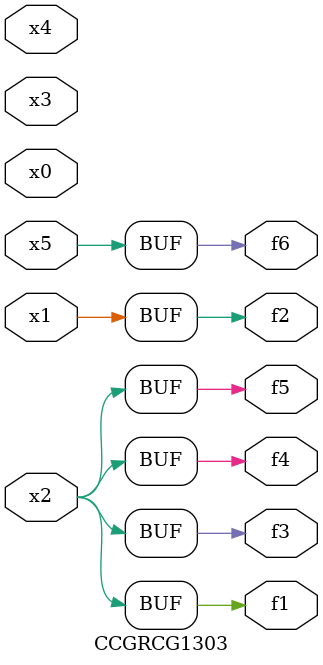
<source format=v>
module CCGRCG1303(
	input x0, x1, x2, x3, x4, x5,
	output f1, f2, f3, f4, f5, f6
);
	assign f1 = x2;
	assign f2 = x1;
	assign f3 = x2;
	assign f4 = x2;
	assign f5 = x2;
	assign f6 = x5;
endmodule

</source>
